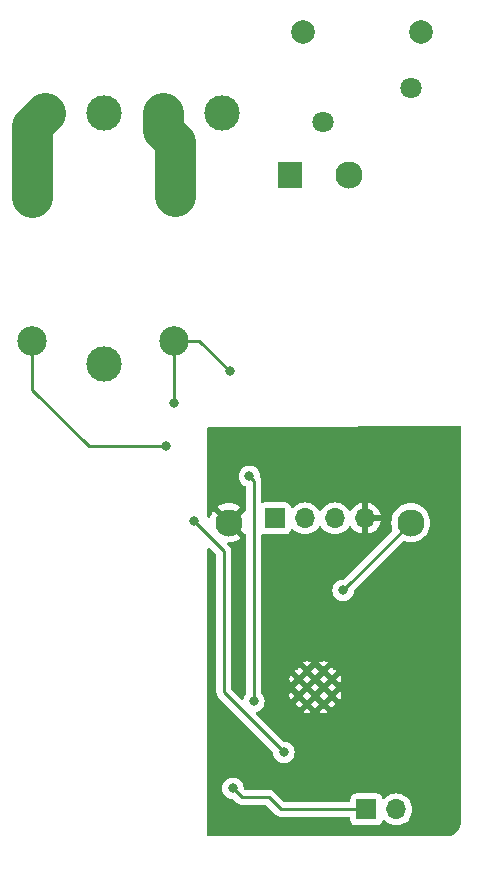
<source format=gbr>
%TF.GenerationSoftware,KiCad,Pcbnew,7.0.1*%
%TF.CreationDate,2023-04-13T16:06:33-04:00*%
%TF.ProjectId,IoT Lightswitch,496f5420-4c69-4676-9874-737769746368,rev?*%
%TF.SameCoordinates,Original*%
%TF.FileFunction,Copper,L2,Bot*%
%TF.FilePolarity,Positive*%
%FSLAX46Y46*%
G04 Gerber Fmt 4.6, Leading zero omitted, Abs format (unit mm)*
G04 Created by KiCad (PCBNEW 7.0.1) date 2023-04-13 16:06:33*
%MOMM*%
%LPD*%
G01*
G04 APERTURE LIST*
%TA.AperFunction,ComponentPad*%
%ADD10C,3.000000*%
%TD*%
%TA.AperFunction,ComponentPad*%
%ADD11R,1.700000X1.700000*%
%TD*%
%TA.AperFunction,ComponentPad*%
%ADD12O,1.700000X1.700000*%
%TD*%
%TA.AperFunction,HeatsinkPad*%
%ADD13C,0.600000*%
%TD*%
%TA.AperFunction,ComponentPad*%
%ADD14C,2.500000*%
%TD*%
%TA.AperFunction,ComponentPad*%
%ADD15C,1.800000*%
%TD*%
%TA.AperFunction,ComponentPad*%
%ADD16R,2.000000X2.300000*%
%TD*%
%TA.AperFunction,ComponentPad*%
%ADD17C,2.300000*%
%TD*%
%TA.AperFunction,ComponentPad*%
%ADD18C,2.000000*%
%TD*%
%TA.AperFunction,ViaPad*%
%ADD19C,0.800000*%
%TD*%
%TA.AperFunction,Conductor*%
%ADD20C,0.250000*%
%TD*%
%TA.AperFunction,Conductor*%
%ADD21C,3.500000*%
%TD*%
G04 APERTURE END LIST*
D10*
%TO.P,J1,1,Pin_1*%
%TO.N,AC_N*%
X157574000Y-60960000D03*
%TO.P,J1,2,Pin_2*%
%TO.N,AC_NC*%
X152574000Y-60960000D03*
%TO.P,J1,3,Pin_3*%
%TO.N,AC_L*%
X147574000Y-60960000D03*
%TO.P,J1,4,Pin_4*%
%TO.N,AC_NO*%
X142574000Y-60960000D03*
%TD*%
D11*
%TO.P,SW5,1,A*%
%TO.N,+3V3*%
X169799000Y-119888000D03*
D12*
%TO.P,SW5,2,B*%
%TO.N,Net-(SW5-B)*%
X172339000Y-119888000D03*
%TD*%
D11*
%TO.P,V  T  R  G,1,Pin_1*%
%TO.N,+3V3*%
X162062000Y-95250000D03*
D12*
%TO.P,V  T  R  G,2,Pin_2*%
%TO.N,TX*%
X164602000Y-95250000D03*
%TO.P,V  T  R  G,3,Pin_3*%
%TO.N,RX*%
X167142000Y-95250000D03*
%TO.P,V  T  R  G,4,Pin_4*%
%TO.N,GND*%
X169682000Y-95250000D03*
%TD*%
D13*
%TO.P,U1,41,EPAD*%
%TO.N,GND*%
X164778000Y-110950000D03*
X166178000Y-110950000D03*
X164078000Y-110250000D03*
X165478000Y-110250000D03*
X166878000Y-110250000D03*
X164778000Y-109550000D03*
X166178000Y-109550000D03*
X164078000Y-108850000D03*
X165478000Y-108850000D03*
X166878000Y-108850000D03*
X164778000Y-108150000D03*
X166178000Y-108150000D03*
%TD*%
D10*
%TO.P,K1,1*%
%TO.N,AC_L_FUSED*%
X147574000Y-82160000D03*
D14*
%TO.P,K1,2*%
%TO.N,+3V3*%
X153524000Y-80210000D03*
D10*
%TO.P,K1,3*%
%TO.N,AC_NO*%
X141524000Y-68010000D03*
%TO.P,K1,4*%
%TO.N,AC_NC*%
X153574000Y-67960000D03*
D14*
%TO.P,K1,5*%
%TO.N,Net-(D1-A)*%
X141524000Y-80210000D03*
%TD*%
D15*
%TO.P,RV1,1*%
%TO.N,Net-(PS1-AC{slash}L)*%
X166116000Y-61722000D03*
%TO.P,RV1,2*%
%TO.N,AC_N*%
X173616000Y-58822000D03*
%TD*%
D16*
%TO.P,PS1,1,AC/L*%
%TO.N,Net-(PS1-AC{slash}L)*%
X163362000Y-66209500D03*
D17*
%TO.P,PS1,2,AC/N*%
%TO.N,AC_N*%
X168362000Y-66209500D03*
%TO.P,PS1,3,-Vout*%
%TO.N,GND*%
X158162000Y-95609500D03*
%TO.P,PS1,4,+Vout*%
%TO.N,+3V3*%
X173562000Y-95609500D03*
%TD*%
D18*
%TO.P,C2,1*%
%TO.N,Net-(PS1-AC{slash}L)*%
X164418000Y-54102000D03*
%TO.P,C2,2*%
%TO.N,AC_N*%
X174418000Y-54102000D03*
%TD*%
D19*
%TO.N,RST*%
X160274000Y-110744000D03*
X159893000Y-91694000D03*
%TO.N,+3V3*%
X153543000Y-85471000D03*
X158242000Y-82804000D03*
X158496000Y-118110000D03*
X167825500Y-101346000D03*
%TO.N,IO5*%
X162814000Y-115062000D03*
X155194000Y-95504000D03*
%TO.N,Net-(D1-A)*%
X152815000Y-89154000D03*
%TO.N,GND*%
X167894000Y-121031000D03*
X158877000Y-108077000D03*
X163957000Y-89789000D03*
X172593000Y-89789000D03*
X165735000Y-101346000D03*
X163957000Y-121031000D03*
X159004000Y-101346000D03*
X163957000Y-118618000D03*
X173482000Y-105918000D03*
X159766000Y-120650000D03*
X159512000Y-89789000D03*
X170307000Y-101473000D03*
X156972000Y-88392000D03*
X164719000Y-114808000D03*
X176403000Y-99568000D03*
X169926000Y-110871000D03*
X162052000Y-109601000D03*
X173482000Y-113157000D03*
X176149000Y-116713000D03*
X168402000Y-104648000D03*
X168275000Y-97282000D03*
X157353000Y-92964000D03*
X173990000Y-118491000D03*
X157734000Y-113919000D03*
X174244000Y-93345000D03*
%TD*%
D20*
%TO.N,RST*%
X160274000Y-110744000D02*
X160274000Y-92075000D01*
X160274000Y-92075000D02*
X159893000Y-91694000D01*
%TO.N,+3V3*%
X153524000Y-85452000D02*
X153524000Y-80210000D01*
X158496000Y-118110000D02*
X159258000Y-118872000D01*
X167825500Y-101346000D02*
X173562000Y-95609500D01*
X162560000Y-119888000D02*
X169799000Y-119888000D01*
X158242000Y-82804000D02*
X155648000Y-80210000D01*
X161544000Y-118872000D02*
X162560000Y-119888000D01*
X153543000Y-85471000D02*
X153524000Y-85452000D01*
X159258000Y-118872000D02*
X161544000Y-118872000D01*
X155648000Y-80210000D02*
X153524000Y-80210000D01*
%TO.N,IO5*%
X157734000Y-109982000D02*
X162814000Y-115062000D01*
X157734000Y-98044000D02*
X157734000Y-109982000D01*
X155194000Y-95504000D02*
X157734000Y-98044000D01*
%TO.N,Net-(D1-A)*%
X141524000Y-84374000D02*
X146304000Y-89154000D01*
X146304000Y-89154000D02*
X152815000Y-89154000D01*
X141524000Y-80210000D02*
X141524000Y-84374000D01*
D21*
%TO.N,AC_NC*%
X152574000Y-60960000D02*
X152574000Y-62404000D01*
X152574000Y-62404000D02*
X153574000Y-63404000D01*
X153574000Y-63404000D02*
X153574000Y-67960000D01*
%TO.N,AC_NO*%
X141524000Y-68010000D02*
X141524000Y-62010000D01*
X141524000Y-62010000D02*
X142574000Y-60960000D01*
%TD*%
%TA.AperFunction,Conductor*%
%TO.N,GND*%
G36*
X177737100Y-87400176D02*
G01*
X177782772Y-87445593D01*
X177799500Y-87507793D01*
X177799500Y-120899123D01*
X177799117Y-120908855D01*
X177795056Y-120960436D01*
X177794967Y-120961511D01*
X177782714Y-121101568D01*
X177779760Y-121119708D01*
X177760866Y-121198409D01*
X177760067Y-121201556D01*
X177731868Y-121306793D01*
X177726655Y-121322150D01*
X177693388Y-121402467D01*
X177691208Y-121407421D01*
X177647680Y-121500767D01*
X177641025Y-121513153D01*
X177594451Y-121589153D01*
X177590299Y-121595485D01*
X177532414Y-121678154D01*
X177525129Y-121687563D01*
X177466699Y-121755975D01*
X177460090Y-121763124D01*
X177389124Y-121834090D01*
X177381975Y-121840699D01*
X177313563Y-121899129D01*
X177304154Y-121906414D01*
X177221485Y-121964299D01*
X177215153Y-121968451D01*
X177139153Y-122015025D01*
X177126767Y-122021680D01*
X177033421Y-122065208D01*
X177028467Y-122067388D01*
X176948150Y-122100655D01*
X176932793Y-122105868D01*
X176827556Y-122134067D01*
X176824409Y-122134866D01*
X176745708Y-122153760D01*
X176727568Y-122156714D01*
X176587511Y-122168967D01*
X176586436Y-122169056D01*
X176534855Y-122173117D01*
X176525123Y-122173500D01*
X156461000Y-122173500D01*
X156399000Y-122156887D01*
X156353613Y-122111500D01*
X156337000Y-122049500D01*
X156337000Y-118109999D01*
X157590540Y-118109999D01*
X157610326Y-118298257D01*
X157668820Y-118478284D01*
X157763466Y-118642216D01*
X157890129Y-118782889D01*
X158043269Y-118894151D01*
X158216197Y-118971144D01*
X158401352Y-119010500D01*
X158401354Y-119010500D01*
X158460548Y-119010500D01*
X158508001Y-119019939D01*
X158548229Y-119046819D01*
X158757197Y-119255787D01*
X158770098Y-119271889D01*
X158772212Y-119273874D01*
X158772214Y-119273877D01*
X158819561Y-119318339D01*
X158821240Y-119319916D01*
X158824035Y-119322625D01*
X158843530Y-119342120D01*
X158846704Y-119344582D01*
X158855568Y-119352153D01*
X158887418Y-119382062D01*
X158897914Y-119387832D01*
X158904974Y-119391714D01*
X158921231Y-119402392D01*
X158937064Y-119414674D01*
X158953185Y-119421649D01*
X158977156Y-119432023D01*
X158987643Y-119437160D01*
X159025908Y-119458197D01*
X159045316Y-119463180D01*
X159063710Y-119469478D01*
X159082105Y-119477438D01*
X159125254Y-119484271D01*
X159136680Y-119486638D01*
X159152222Y-119490629D01*
X159178980Y-119497500D01*
X159178981Y-119497500D01*
X159199016Y-119497500D01*
X159218413Y-119499026D01*
X159238196Y-119502160D01*
X159281674Y-119498050D01*
X159293344Y-119497500D01*
X161233548Y-119497500D01*
X161281001Y-119506939D01*
X161321229Y-119533819D01*
X162059196Y-120271787D01*
X162072096Y-120287888D01*
X162123223Y-120335900D01*
X162126020Y-120338610D01*
X162145529Y-120358120D01*
X162148711Y-120360588D01*
X162157571Y-120368155D01*
X162189418Y-120398062D01*
X162206972Y-120407712D01*
X162223236Y-120418396D01*
X162234972Y-120427499D01*
X162239064Y-120430673D01*
X162263909Y-120441424D01*
X162279152Y-120448021D01*
X162289631Y-120453154D01*
X162327908Y-120474197D01*
X162347306Y-120479177D01*
X162365708Y-120485477D01*
X162384104Y-120493438D01*
X162427261Y-120500273D01*
X162438664Y-120502634D01*
X162480981Y-120513500D01*
X162501016Y-120513500D01*
X162520413Y-120515026D01*
X162540196Y-120518160D01*
X162583674Y-120514050D01*
X162595344Y-120513500D01*
X168324501Y-120513500D01*
X168386501Y-120530113D01*
X168431888Y-120575500D01*
X168448501Y-120637500D01*
X168448501Y-120785872D01*
X168450511Y-120804569D01*
X168454909Y-120845484D01*
X168474915Y-120899123D01*
X168505204Y-120980331D01*
X168591454Y-121095546D01*
X168706669Y-121181796D01*
X168841517Y-121232091D01*
X168901127Y-121238500D01*
X170696872Y-121238499D01*
X170756483Y-121232091D01*
X170891331Y-121181796D01*
X171006546Y-121095546D01*
X171092796Y-120980331D01*
X171141810Y-120848916D01*
X171176789Y-120798537D01*
X171231634Y-120771084D01*
X171292927Y-120773273D01*
X171345673Y-120804568D01*
X171467599Y-120926495D01*
X171661170Y-121062035D01*
X171875337Y-121161903D01*
X172103592Y-121223063D01*
X172339000Y-121243659D01*
X172574408Y-121223063D01*
X172802663Y-121161903D01*
X173016830Y-121062035D01*
X173210401Y-120926495D01*
X173377495Y-120759401D01*
X173513035Y-120565830D01*
X173612903Y-120351663D01*
X173674063Y-120123408D01*
X173694659Y-119888000D01*
X173674063Y-119652592D01*
X173612903Y-119424337D01*
X173513035Y-119210171D01*
X173377495Y-119016599D01*
X173210401Y-118849505D01*
X173016830Y-118713965D01*
X172802663Y-118614097D01*
X172741501Y-118597709D01*
X172574407Y-118552936D01*
X172339000Y-118532340D01*
X172103592Y-118552936D01*
X171875336Y-118614097D01*
X171661170Y-118713965D01*
X171467601Y-118849503D01*
X171345673Y-118971431D01*
X171292926Y-119002726D01*
X171231634Y-119004915D01*
X171176789Y-118977462D01*
X171141810Y-118927082D01*
X171129527Y-118894151D01*
X171092796Y-118795669D01*
X171006546Y-118680454D01*
X170891331Y-118594204D01*
X170756483Y-118543909D01*
X170696873Y-118537500D01*
X170696869Y-118537500D01*
X168901130Y-118537500D01*
X168841515Y-118543909D01*
X168706669Y-118594204D01*
X168591454Y-118680454D01*
X168505204Y-118795668D01*
X168454909Y-118930516D01*
X168448500Y-118990131D01*
X168448500Y-119138500D01*
X168431887Y-119200500D01*
X168386500Y-119245887D01*
X168324500Y-119262500D01*
X162870452Y-119262500D01*
X162822999Y-119253061D01*
X162782771Y-119226181D01*
X162044802Y-118488211D01*
X162031906Y-118472113D01*
X161980775Y-118424098D01*
X161977978Y-118421387D01*
X161958470Y-118401879D01*
X161955290Y-118399412D01*
X161946424Y-118391839D01*
X161914582Y-118361938D01*
X161897024Y-118352285D01*
X161880764Y-118341604D01*
X161864936Y-118329327D01*
X161824851Y-118311980D01*
X161814361Y-118306841D01*
X161776091Y-118285802D01*
X161756691Y-118280821D01*
X161738284Y-118274519D01*
X161719897Y-118266562D01*
X161676758Y-118259729D01*
X161665324Y-118257361D01*
X161623019Y-118246500D01*
X161602984Y-118246500D01*
X161583586Y-118244973D01*
X161576162Y-118243797D01*
X161563805Y-118241840D01*
X161563804Y-118241840D01*
X161530751Y-118244964D01*
X161520325Y-118245950D01*
X161508656Y-118246500D01*
X159568453Y-118246500D01*
X159521000Y-118237061D01*
X159480771Y-118210180D01*
X159434959Y-118164367D01*
X159410720Y-118130070D01*
X159399321Y-118089653D01*
X159381674Y-117921744D01*
X159323179Y-117741716D01*
X159323179Y-117741715D01*
X159228533Y-117577783D01*
X159101870Y-117437110D01*
X158948730Y-117325848D01*
X158775802Y-117248855D01*
X158590648Y-117209500D01*
X158590646Y-117209500D01*
X158401354Y-117209500D01*
X158401352Y-117209500D01*
X158216197Y-117248855D01*
X158043269Y-117325848D01*
X157890129Y-117437110D01*
X157763466Y-117577783D01*
X157668820Y-117741715D01*
X157610326Y-117921742D01*
X157590540Y-118109999D01*
X156337000Y-118109999D01*
X156337000Y-97830953D01*
X156350515Y-97774658D01*
X156388115Y-97730635D01*
X156441602Y-97708480D01*
X156499318Y-97713022D01*
X156548681Y-97743272D01*
X157072181Y-98266772D01*
X157099061Y-98307000D01*
X157108500Y-98354453D01*
X157108500Y-109899256D01*
X157106235Y-109919762D01*
X157108439Y-109989873D01*
X157108500Y-109993768D01*
X157108500Y-110021349D01*
X157109003Y-110025334D01*
X157109918Y-110036967D01*
X157111290Y-110080626D01*
X157116879Y-110099860D01*
X157120825Y-110118916D01*
X157123335Y-110138792D01*
X157139414Y-110179404D01*
X157143197Y-110190451D01*
X157155382Y-110232391D01*
X157165580Y-110249635D01*
X157174136Y-110267100D01*
X157181514Y-110285732D01*
X157181515Y-110285733D01*
X157207180Y-110321059D01*
X157213593Y-110330822D01*
X157235826Y-110368416D01*
X157235829Y-110368419D01*
X157235830Y-110368420D01*
X157249995Y-110382585D01*
X157262627Y-110397375D01*
X157274406Y-110413587D01*
X157308058Y-110441426D01*
X157316699Y-110449289D01*
X161875038Y-115007629D01*
X161899277Y-115041926D01*
X161910678Y-115082348D01*
X161928326Y-115250257D01*
X161986820Y-115430284D01*
X162081466Y-115594216D01*
X162208129Y-115734889D01*
X162361269Y-115846151D01*
X162534197Y-115923144D01*
X162719352Y-115962500D01*
X162719354Y-115962500D01*
X162908646Y-115962500D01*
X162908648Y-115962500D01*
X163032083Y-115936262D01*
X163093803Y-115923144D01*
X163266730Y-115846151D01*
X163419871Y-115734888D01*
X163546533Y-115594216D01*
X163641179Y-115430284D01*
X163699674Y-115250256D01*
X163719460Y-115062000D01*
X163699674Y-114873744D01*
X163641179Y-114693716D01*
X163641179Y-114693715D01*
X163546533Y-114529783D01*
X163419870Y-114389110D01*
X163266730Y-114277848D01*
X163093802Y-114200855D01*
X162908648Y-114161500D01*
X162908646Y-114161500D01*
X162849452Y-114161500D01*
X162801999Y-114152061D01*
X162761771Y-114125181D01*
X160457928Y-111821337D01*
X160425424Y-111764179D01*
X160426715Y-111698438D01*
X160446476Y-111666660D01*
X164414891Y-111666660D01*
X164428696Y-111675335D01*
X164598859Y-111734877D01*
X164778000Y-111755062D01*
X164957140Y-111734877D01*
X165127303Y-111675335D01*
X165141107Y-111666661D01*
X165141107Y-111666660D01*
X165814891Y-111666660D01*
X165828696Y-111675335D01*
X165998859Y-111734877D01*
X166178000Y-111755062D01*
X166357140Y-111734877D01*
X166527303Y-111675335D01*
X166541107Y-111666661D01*
X166541107Y-111666660D01*
X166178001Y-111303553D01*
X166178000Y-111303553D01*
X165814891Y-111666660D01*
X165141107Y-111666660D01*
X164778001Y-111303553D01*
X164778000Y-111303553D01*
X164414891Y-111666660D01*
X160446476Y-111666660D01*
X160461438Y-111642600D01*
X160519829Y-111612366D01*
X160545572Y-111606893D01*
X160553803Y-111605144D01*
X160726730Y-111528151D01*
X160879871Y-111416888D01*
X161006533Y-111276216D01*
X161101179Y-111112284D01*
X161148495Y-110966660D01*
X163714891Y-110966660D01*
X163728696Y-110975335D01*
X163912044Y-111039491D01*
X163911045Y-111042345D01*
X163937301Y-111051515D01*
X163976313Y-111090427D01*
X163985654Y-111116954D01*
X163988509Y-111115956D01*
X164052665Y-111299304D01*
X164061338Y-111313108D01*
X164424447Y-110950001D01*
X164424447Y-110950000D01*
X165131553Y-110950000D01*
X165478000Y-111296447D01*
X165824447Y-110950000D01*
X166531553Y-110950000D01*
X166894660Y-111313107D01*
X166894661Y-111313107D01*
X166903335Y-111299303D01*
X166967491Y-111115955D01*
X166970356Y-111116957D01*
X166979572Y-111090608D01*
X167018608Y-111051572D01*
X167044957Y-111042356D01*
X167043955Y-111039491D01*
X167227303Y-110975335D01*
X167241107Y-110966661D01*
X167241107Y-110966660D01*
X166878000Y-110603553D01*
X166531553Y-110950000D01*
X165824447Y-110950000D01*
X165478000Y-110603553D01*
X165131553Y-110950000D01*
X164424447Y-110950000D01*
X164078001Y-110603553D01*
X164078000Y-110603553D01*
X163714891Y-110966660D01*
X161148495Y-110966660D01*
X161159674Y-110932256D01*
X161179460Y-110744000D01*
X161159674Y-110555744D01*
X161129332Y-110462363D01*
X161101179Y-110375715D01*
X161028598Y-110250000D01*
X163272937Y-110250000D01*
X163293122Y-110429140D01*
X163352665Y-110599304D01*
X163361338Y-110613108D01*
X163724447Y-110250001D01*
X163724447Y-110250000D01*
X164431553Y-110250000D01*
X164778000Y-110596447D01*
X165124447Y-110250000D01*
X165831553Y-110250000D01*
X166178000Y-110596447D01*
X166524446Y-110250001D01*
X167231553Y-110250001D01*
X167594660Y-110613107D01*
X167594661Y-110613107D01*
X167603335Y-110599303D01*
X167662877Y-110429140D01*
X167683062Y-110250000D01*
X167662877Y-110070859D01*
X167603335Y-109900696D01*
X167594660Y-109886891D01*
X167231553Y-110250000D01*
X167231553Y-110250001D01*
X166524446Y-110250001D01*
X166524447Y-110250000D01*
X166178000Y-109903553D01*
X165831553Y-110250000D01*
X165124447Y-110250000D01*
X164778000Y-109903553D01*
X164431553Y-110250000D01*
X163724447Y-110250000D01*
X163361338Y-109886890D01*
X163361338Y-109886891D01*
X163352664Y-109900696D01*
X163293122Y-110070859D01*
X163272937Y-110250000D01*
X161028598Y-110250000D01*
X161006535Y-110211786D01*
X160977378Y-110179404D01*
X160931347Y-110128282D01*
X160907736Y-110089751D01*
X160899500Y-110045313D01*
X160899500Y-109550000D01*
X163731553Y-109550000D01*
X164078000Y-109896447D01*
X164424447Y-109550000D01*
X165131553Y-109550000D01*
X165478000Y-109896447D01*
X165824447Y-109550000D01*
X166531553Y-109550000D01*
X166878000Y-109896447D01*
X167224447Y-109550000D01*
X166878000Y-109203553D01*
X166531553Y-109550000D01*
X165824447Y-109550000D01*
X165478000Y-109203553D01*
X165131553Y-109550000D01*
X164424447Y-109550000D01*
X164078000Y-109203553D01*
X163731553Y-109550000D01*
X160899500Y-109550000D01*
X160899500Y-108850000D01*
X163272937Y-108850000D01*
X163293122Y-109029140D01*
X163352665Y-109199304D01*
X163361338Y-109213108D01*
X163724447Y-108850001D01*
X163724447Y-108850000D01*
X164431553Y-108850000D01*
X164778000Y-109196447D01*
X165124447Y-108850000D01*
X165831553Y-108850000D01*
X166178000Y-109196447D01*
X166524446Y-108850001D01*
X167231553Y-108850001D01*
X167594660Y-109213107D01*
X167594661Y-109213107D01*
X167603335Y-109199303D01*
X167662877Y-109029140D01*
X167683062Y-108850000D01*
X167662877Y-108670859D01*
X167603335Y-108500696D01*
X167594660Y-108486891D01*
X167231553Y-108850000D01*
X167231553Y-108850001D01*
X166524446Y-108850001D01*
X166524447Y-108850000D01*
X166178000Y-108503553D01*
X165831553Y-108850000D01*
X165124447Y-108850000D01*
X164778000Y-108503553D01*
X164431553Y-108850000D01*
X163724447Y-108850000D01*
X163361338Y-108486890D01*
X163361338Y-108486891D01*
X163352664Y-108500696D01*
X163293122Y-108670859D01*
X163272937Y-108850000D01*
X160899500Y-108850000D01*
X160899500Y-108133338D01*
X163714890Y-108133338D01*
X164077999Y-108496447D01*
X164424447Y-108150000D01*
X165131553Y-108150000D01*
X165478000Y-108496447D01*
X165824446Y-108150001D01*
X166531553Y-108150001D01*
X166878000Y-108496447D01*
X166878001Y-108496447D01*
X167241108Y-108133338D01*
X167227304Y-108124665D01*
X167043956Y-108060509D01*
X167044954Y-108057654D01*
X167018427Y-108048313D01*
X166979515Y-108009301D01*
X166970345Y-107983045D01*
X166967491Y-107984044D01*
X166903335Y-107800696D01*
X166894660Y-107786891D01*
X166531553Y-108150000D01*
X166531553Y-108150001D01*
X165824446Y-108150001D01*
X165824447Y-108150000D01*
X165478000Y-107803553D01*
X165131553Y-108150000D01*
X164424447Y-108150000D01*
X164061338Y-107786890D01*
X164061338Y-107786891D01*
X164052664Y-107800696D01*
X163988509Y-107984044D01*
X163985669Y-107983050D01*
X163976363Y-108009494D01*
X163937494Y-108048363D01*
X163911050Y-108057669D01*
X163912044Y-108060509D01*
X163728696Y-108124664D01*
X163714891Y-108133338D01*
X163714890Y-108133338D01*
X160899500Y-108133338D01*
X160899500Y-107433338D01*
X164414890Y-107433338D01*
X164778000Y-107796447D01*
X164778001Y-107796447D01*
X165141108Y-107433338D01*
X165814890Y-107433338D01*
X166178000Y-107796447D01*
X166178001Y-107796447D01*
X166541108Y-107433338D01*
X166527304Y-107424665D01*
X166357140Y-107365122D01*
X166178000Y-107344937D01*
X165998859Y-107365122D01*
X165828696Y-107424664D01*
X165814891Y-107433338D01*
X165814890Y-107433338D01*
X165141108Y-107433338D01*
X165127304Y-107424665D01*
X164957140Y-107365122D01*
X164778000Y-107344937D01*
X164598859Y-107365122D01*
X164428696Y-107424664D01*
X164414891Y-107433338D01*
X164414890Y-107433338D01*
X160899500Y-107433338D01*
X160899500Y-101345999D01*
X166920040Y-101345999D01*
X166939826Y-101534257D01*
X166998320Y-101714284D01*
X167092966Y-101878216D01*
X167219629Y-102018889D01*
X167372769Y-102130151D01*
X167545697Y-102207144D01*
X167730852Y-102246500D01*
X167730854Y-102246500D01*
X167920146Y-102246500D01*
X167920148Y-102246500D01*
X168043584Y-102220262D01*
X168105303Y-102207144D01*
X168278230Y-102130151D01*
X168431371Y-102018888D01*
X168558033Y-101878216D01*
X168652679Y-101714284D01*
X168711174Y-101534256D01*
X168728821Y-101366344D01*
X168740221Y-101325925D01*
X168764458Y-101291630D01*
X172865676Y-97190412D01*
X172905902Y-97163535D01*
X172953355Y-97154096D01*
X173000807Y-97163534D01*
X173050390Y-97184073D01*
X173303006Y-97244721D01*
X173562000Y-97265104D01*
X173820994Y-97244721D01*
X174073610Y-97184073D01*
X174313628Y-97084654D01*
X174535140Y-96948912D01*
X174732689Y-96780189D01*
X174901412Y-96582640D01*
X175037154Y-96361128D01*
X175136573Y-96121110D01*
X175197221Y-95868494D01*
X175217604Y-95609500D01*
X175197221Y-95350506D01*
X175136573Y-95097890D01*
X175037154Y-94857872D01*
X174901412Y-94636360D01*
X174895855Y-94629854D01*
X174839746Y-94564159D01*
X174732689Y-94438811D01*
X174561401Y-94292517D01*
X174535143Y-94270090D01*
X174535140Y-94270088D01*
X174313628Y-94134346D01*
X174218470Y-94094930D01*
X174073610Y-94034926D01*
X173820995Y-93974279D01*
X173562000Y-93953896D01*
X173303004Y-93974279D01*
X173050389Y-94034926D01*
X172845524Y-94119785D01*
X172810372Y-94134346D01*
X172683831Y-94211890D01*
X172588856Y-94270090D01*
X172391311Y-94438811D01*
X172222590Y-94636356D01*
X172175096Y-94713859D01*
X172086846Y-94857872D01*
X172086845Y-94857875D01*
X171987426Y-95097889D01*
X171926779Y-95350504D01*
X171906396Y-95609499D01*
X171926779Y-95868495D01*
X171987426Y-96121107D01*
X172007964Y-96170692D01*
X172017402Y-96218145D01*
X172007963Y-96265597D01*
X171981083Y-96305825D01*
X167877728Y-100409181D01*
X167837500Y-100436061D01*
X167790047Y-100445500D01*
X167730852Y-100445500D01*
X167545697Y-100484855D01*
X167372769Y-100561848D01*
X167219629Y-100673110D01*
X167092966Y-100813783D01*
X166998320Y-100977715D01*
X166939826Y-101157742D01*
X166920040Y-101345999D01*
X160899500Y-101345999D01*
X160899500Y-96696218D01*
X160913624Y-96638743D01*
X160952780Y-96594362D01*
X161008047Y-96573185D01*
X161066833Y-96580035D01*
X161104517Y-96594091D01*
X161164127Y-96600500D01*
X162959872Y-96600499D01*
X163019483Y-96594091D01*
X163154331Y-96543796D01*
X163269546Y-96457546D01*
X163355796Y-96342331D01*
X163404810Y-96210916D01*
X163439789Y-96160537D01*
X163494634Y-96133084D01*
X163555927Y-96135273D01*
X163608673Y-96166568D01*
X163730599Y-96288495D01*
X163924170Y-96424035D01*
X164138337Y-96523903D01*
X164366592Y-96585063D01*
X164602000Y-96605659D01*
X164837408Y-96585063D01*
X165065663Y-96523903D01*
X165279830Y-96424035D01*
X165473401Y-96288495D01*
X165640495Y-96121401D01*
X165770426Y-95935839D01*
X165814743Y-95896975D01*
X165872000Y-95882964D01*
X165929257Y-95896975D01*
X165973573Y-95935839D01*
X166103505Y-96121401D01*
X166270599Y-96288495D01*
X166464170Y-96424035D01*
X166678337Y-96523903D01*
X166906592Y-96585063D01*
X167142000Y-96605659D01*
X167377408Y-96585063D01*
X167605663Y-96523903D01*
X167819830Y-96424035D01*
X168013401Y-96288495D01*
X168180495Y-96121401D01*
X168310732Y-95935402D01*
X168355048Y-95896539D01*
X168412305Y-95882528D01*
X168469562Y-95896539D01*
X168513880Y-95935404D01*
X168643893Y-96121081D01*
X168810918Y-96288106D01*
X169004423Y-96423600D01*
X169218507Y-96523430D01*
X169431999Y-96580635D01*
X169432000Y-96580636D01*
X169432000Y-95500000D01*
X169932000Y-95500000D01*
X169932000Y-96580635D01*
X170145492Y-96523430D01*
X170359576Y-96423600D01*
X170553081Y-96288106D01*
X170720106Y-96121081D01*
X170855600Y-95927576D01*
X170955430Y-95713492D01*
X171012636Y-95500000D01*
X169932000Y-95500000D01*
X169432000Y-95500000D01*
X169432000Y-93919364D01*
X169932000Y-93919364D01*
X169932000Y-95000000D01*
X171012636Y-95000000D01*
X171012635Y-94999999D01*
X170955430Y-94786507D01*
X170855599Y-94572421D01*
X170720109Y-94378921D01*
X170553081Y-94211893D01*
X170359576Y-94076399D01*
X170145492Y-93976569D01*
X169932000Y-93919364D01*
X169432000Y-93919364D01*
X169431999Y-93919364D01*
X169218507Y-93976569D01*
X169004421Y-94076400D01*
X168810921Y-94211890D01*
X168643893Y-94378918D01*
X168513880Y-94564596D01*
X168469562Y-94603461D01*
X168412305Y-94617472D01*
X168355048Y-94603461D01*
X168310730Y-94564595D01*
X168310425Y-94564159D01*
X168180495Y-94378599D01*
X168013401Y-94211505D01*
X167819830Y-94075965D01*
X167605663Y-93976097D01*
X167544502Y-93959709D01*
X167377407Y-93914936D01*
X167142000Y-93894340D01*
X166906592Y-93914936D01*
X166678336Y-93976097D01*
X166464170Y-94075965D01*
X166270598Y-94211505D01*
X166103505Y-94378598D01*
X165973575Y-94564159D01*
X165929257Y-94603025D01*
X165872000Y-94617036D01*
X165814743Y-94603025D01*
X165770425Y-94564159D01*
X165640494Y-94378598D01*
X165473404Y-94211508D01*
X165473401Y-94211505D01*
X165279830Y-94075965D01*
X165065663Y-93976097D01*
X165004502Y-93959709D01*
X164837407Y-93914936D01*
X164602000Y-93894340D01*
X164366592Y-93914936D01*
X164138336Y-93976097D01*
X163924170Y-94075965D01*
X163730601Y-94211503D01*
X163608673Y-94333431D01*
X163555926Y-94364726D01*
X163494634Y-94366915D01*
X163439789Y-94339462D01*
X163404810Y-94289082D01*
X163376019Y-94211890D01*
X163355796Y-94157669D01*
X163269546Y-94042454D01*
X163154331Y-93956204D01*
X163019483Y-93905909D01*
X162959873Y-93899500D01*
X162959869Y-93899500D01*
X161164130Y-93899500D01*
X161104515Y-93905909D01*
X161066833Y-93919964D01*
X161008046Y-93926815D01*
X160952780Y-93905638D01*
X160913624Y-93861257D01*
X160899500Y-93803782D01*
X160899500Y-92157740D01*
X160901763Y-92137236D01*
X160899561Y-92067144D01*
X160899500Y-92063250D01*
X160899500Y-92035657D01*
X160899500Y-92035650D01*
X160898995Y-92031653D01*
X160898080Y-92020023D01*
X160896709Y-91976372D01*
X160891119Y-91957134D01*
X160887174Y-91938082D01*
X160884664Y-91918208D01*
X160868578Y-91877581D01*
X160864805Y-91866560D01*
X160852617Y-91824610D01*
X160842421Y-91807369D01*
X160833863Y-91789902D01*
X160826486Y-91771268D01*
X160822742Y-91766115D01*
X160799741Y-91706194D01*
X160798459Y-91694002D01*
X160798460Y-91694000D01*
X160778674Y-91505744D01*
X160720179Y-91325716D01*
X160720179Y-91325715D01*
X160625533Y-91161783D01*
X160498870Y-91021110D01*
X160345730Y-90909848D01*
X160172802Y-90832855D01*
X159987648Y-90793500D01*
X159987646Y-90793500D01*
X159798354Y-90793500D01*
X159798352Y-90793500D01*
X159613197Y-90832855D01*
X159440269Y-90909848D01*
X159287129Y-91021110D01*
X159160466Y-91161783D01*
X159065820Y-91325715D01*
X159007326Y-91505742D01*
X158987540Y-91693999D01*
X159007326Y-91882257D01*
X159065820Y-92062284D01*
X159160466Y-92226216D01*
X159287129Y-92366889D01*
X159440267Y-92478150D01*
X159497641Y-92503694D01*
X159574936Y-92538109D01*
X159613698Y-92565250D01*
X159639471Y-92604937D01*
X159648500Y-92651388D01*
X159648500Y-94506911D01*
X159631066Y-94570313D01*
X159583665Y-94615886D01*
X159519628Y-94630815D01*
X159495197Y-94629854D01*
X158515553Y-95609500D01*
X158515553Y-95609501D01*
X159495198Y-96589145D01*
X159519634Y-96588186D01*
X159583669Y-96603117D01*
X159631067Y-96648690D01*
X159648500Y-96712090D01*
X159648500Y-110045313D01*
X159640264Y-110089751D01*
X159616652Y-110128282D01*
X159583545Y-110165051D01*
X159541464Y-110211786D01*
X159446820Y-110375715D01*
X159402791Y-110511225D01*
X159369031Y-110563963D01*
X159313807Y-110593481D01*
X159251201Y-110592251D01*
X159197179Y-110560588D01*
X158395819Y-109759228D01*
X158368939Y-109719000D01*
X158359500Y-109671547D01*
X158359500Y-98126740D01*
X158361763Y-98106236D01*
X158359561Y-98036144D01*
X158359500Y-98032250D01*
X158359500Y-98004657D01*
X158359500Y-98004650D01*
X158358995Y-98000653D01*
X158358080Y-97989023D01*
X158356709Y-97945372D01*
X158351119Y-97926134D01*
X158347174Y-97907082D01*
X158344664Y-97887208D01*
X158328578Y-97846581D01*
X158324805Y-97835560D01*
X158312617Y-97793610D01*
X158302421Y-97776369D01*
X158293863Y-97758902D01*
X158286486Y-97740268D01*
X158260798Y-97704912D01*
X158254409Y-97695184D01*
X158232170Y-97657579D01*
X158218006Y-97643415D01*
X158205369Y-97628620D01*
X158193595Y-97612414D01*
X158193594Y-97612413D01*
X158159935Y-97584568D01*
X158151305Y-97576714D01*
X158049286Y-97474695D01*
X158018448Y-97423474D01*
X158015164Y-97363777D01*
X158040195Y-97309482D01*
X158087724Y-97273211D01*
X158146700Y-97263397D01*
X158161997Y-97264601D01*
X158420916Y-97244224D01*
X158673455Y-97183596D01*
X158913397Y-97084207D01*
X159134849Y-96948503D01*
X159141645Y-96942698D01*
X156828801Y-94629854D01*
X156822992Y-94636656D01*
X156687294Y-94858097D01*
X156587903Y-95098044D01*
X156581574Y-95124410D01*
X156554228Y-95177222D01*
X156505438Y-95211227D01*
X156446425Y-95218603D01*
X156390766Y-95197655D01*
X156351262Y-95153199D01*
X156337000Y-95095463D01*
X156337000Y-94276301D01*
X157182354Y-94276301D01*
X158162000Y-95255947D01*
X158162001Y-95255947D01*
X159141645Y-94276301D01*
X159134843Y-94270493D01*
X158913402Y-94134794D01*
X158673455Y-94035403D01*
X158420916Y-93974775D01*
X158162000Y-93954398D01*
X157903083Y-93974775D01*
X157650544Y-94035403D01*
X157410597Y-94134794D01*
X157189156Y-94270492D01*
X157182354Y-94276301D01*
X156337000Y-94276301D01*
X156337000Y-87626309D01*
X156353498Y-87564509D01*
X156398600Y-87519154D01*
X156460306Y-87502311D01*
X160349866Y-87480581D01*
X177674807Y-87383795D01*
X177737100Y-87400176D01*
G37*
%TD.AperFunction*%
%TD*%
M02*

</source>
